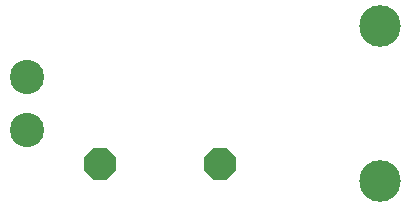
<source format=gbr>
G04 EAGLE Gerber RS-274X export*
G75*
%MOMM*%
%FSLAX34Y34*%
%LPD*%
%INSoldermask Bottom*%
%IPPOS*%
%AMOC8*
5,1,8,0,0,1.08239X$1,22.5*%
G01*
%ADD10P,2.969212X8X22.500000*%
%ADD11C,2.903200*%
%ADD12C,3.519200*%


D10*
X114300Y355600D03*
X215900Y355600D03*
D11*
X52700Y383900D03*
X52700Y428900D03*
D12*
X352000Y340650D03*
X352000Y472150D03*
M02*

</source>
